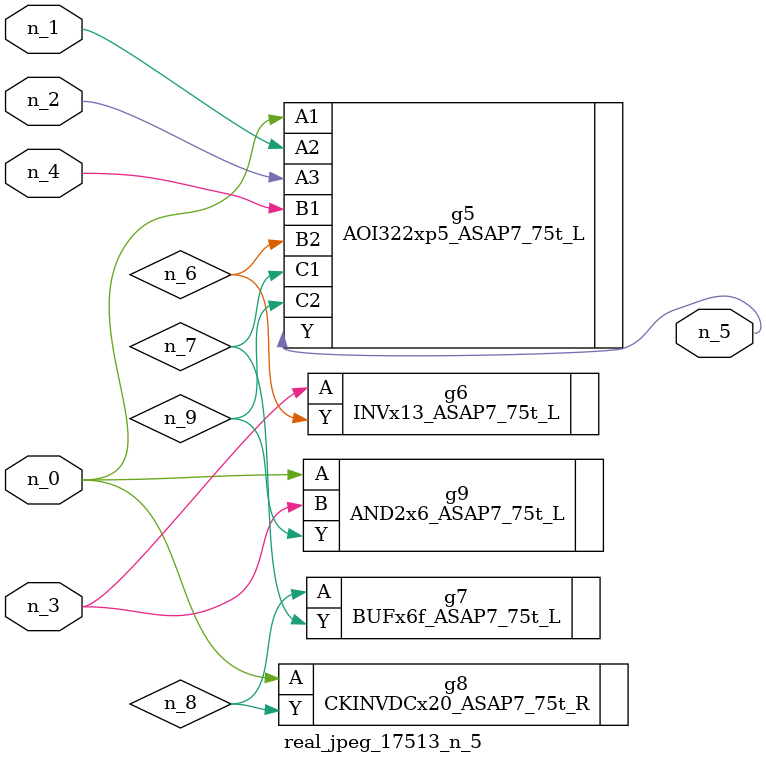
<source format=v>
module real_jpeg_17513_n_5 (n_4, n_0, n_1, n_2, n_3, n_5);

input n_4;
input n_0;
input n_1;
input n_2;
input n_3;

output n_5;

wire n_8;
wire n_6;
wire n_7;
wire n_9;

AOI322xp5_ASAP7_75t_L g5 ( 
.A1(n_0),
.A2(n_1),
.A3(n_2),
.B1(n_4),
.B2(n_6),
.C1(n_7),
.C2(n_9),
.Y(n_5)
);

CKINVDCx20_ASAP7_75t_R g8 ( 
.A(n_0),
.Y(n_8)
);

AND2x6_ASAP7_75t_L g9 ( 
.A(n_0),
.B(n_3),
.Y(n_9)
);

INVx13_ASAP7_75t_L g6 ( 
.A(n_3),
.Y(n_6)
);

BUFx6f_ASAP7_75t_L g7 ( 
.A(n_8),
.Y(n_7)
);


endmodule
</source>
